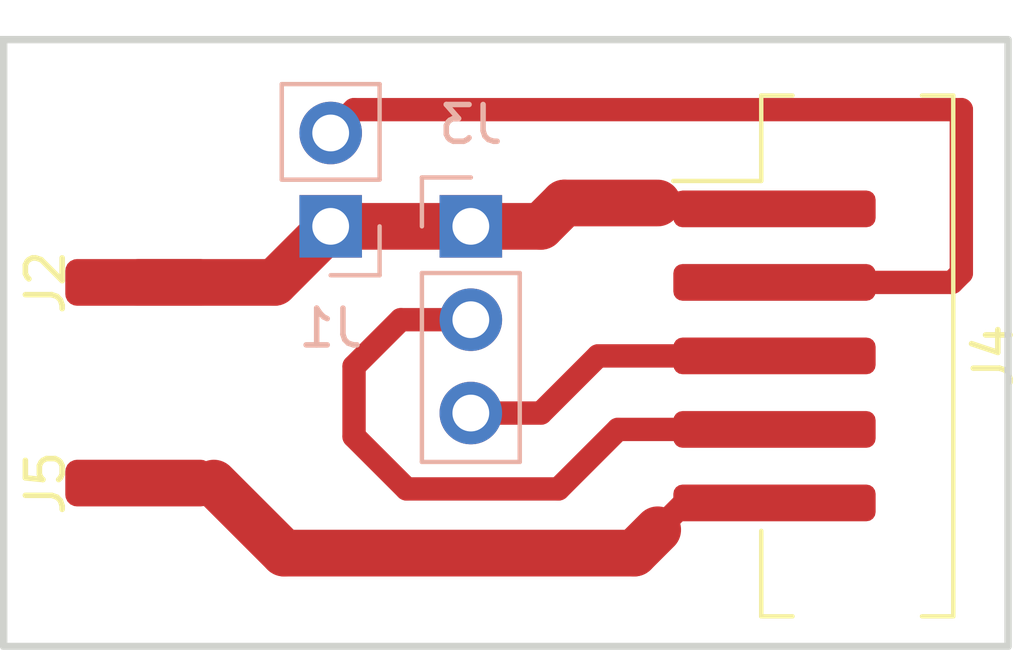
<source format=kicad_pcb>
(kicad_pcb (version 20211014) (generator pcbnew)
  (layers (0 "F.Cu" signal) (31 "B.Cu" signal) (34 "B.Paste" user) (35 "F.Paste" user) (36 "B.SilkS" user "B.Silkscreen") (37 "F.SilkS" user "F.Silkscreen") (38 "B.Mask" user) (39 "F.Mask" user) (44 "Edge.Cuts" user))
  (net 0 "")
  (net 1 "Net-(J1-Pad1)")
  (net 2 "Net-(J3-Pad2)")
  (net 3 "Net-(J3-Pad3)")
  (net 4 "Net-(J1-Pad2)")
  (net 5 "Net-(J4-Pad5)")
  (footprint "Connector_JST:JST_PH_B5B-PH-SM4-TB_1x05-1MP_P2.00mm_Vertical" (layer "F.Cu") (at 171.78 109 -90)
    (fp_text reference "J4" (at 0 -5.45 90) (layer "F.SilkS"))
    (fp_text value "MiniD")
    (fp_line (start 7.085 -4.36) (end 7.085 -3.51) (layer "F.SilkS") (width 0.12))
    (fp_line (start -7.085 -3.51) (end -7.085 -4.36) (layer "F.SilkS") (width 0.12))
    (fp_line (start -4.76 0.86) (end -4.76 3.25) (layer "F.SilkS") (width 0.12))
    (fp_line (start -7.085 0.86) (end -4.76 0.86) (layer "F.SilkS") (width 0.12))
    (fp_line (start -7.085 -4.36) (end 7.085 -4.36) (layer "F.SilkS") (width 0.12))
    (fp_line (start -7.085 0.01) (end -7.085 0.86) (layer "F.SilkS") (width 0.12))
    (fp_line (start 7.085 0.01) (end 7.085 0.86) (layer "F.SilkS") (width 0.12))
    (fp_line (start 7.085 0.86) (end 4.76 0.86) (layer "F.SilkS") (width 0.12))
    (pad "1" smd roundrect (at -4 0.5 270) (size 1 5.5) (layers "F.Cu" "F.Paste" "F.Mask") (net 1 "Net-(J1-Pad1)"))
    (pad "2" smd roundrect (at -2 0.5 270) (size 1 5.5) (layers "F.Cu" "F.Paste" "F.Mask") (net 4 "Net-(J1-Pad2)"))
    (pad "3" smd roundrect (at 0 0.5 270) (size 1 5.5) (layers "F.Cu" "F.Paste" "F.Mask") (net 3 "Net-(J3-Pad3)"))
    (pad "4" smd roundrect (at 2 0.5 270) (size 1 5.5) (layers "F.Cu" "F.Paste" "F.Mask") (net 2 "Net-(J3-Pad2)"))
    (pad "5" smd roundrect (at 4 0.5 270) (size 1 5.5) (layers "F.Cu" "F.Paste" "F.Mask") (net 5 "Net-(J4-Pad5)"))
  )
  (footprint "Connector_Wire:SolderWirePad_1x01_SMD_1x2mm" (layer "F.Cu") (at 154 107 90)
    (fp_text reference "J2" (at 0 -2.54 90) (layer "F.SilkS"))
    (fp_text value "RTN")
    (pad "1" smd roundrect (at 0 0 90) (size 1.27 4) (layers "F.Cu" "F.Paste" "F.Mask") (net 1 "Net-(J1-Pad1)"))
  )
  (footprint "Connector_Wire:SolderWirePad_1x01_SMD_1x2mm" (layer "F.Cu") (at 154 112.46 90)
    (fp_text reference "J5" (at 0 -2.54 90) (layer "F.SilkS"))
    (fp_text value "48v")
    (pad "1" smd roundrect (at 0 0 90) (size 1.27 4) (layers "F.Cu" "F.Paste" "F.Mask") (net 5 "Net-(J4-Pad5)"))
  )
  (footprint "Connector_PinSocket_2.54mm:PinSocket_1x03_P2.54mm_Vertical" (layer "B.Cu") (at 163.025 105.475 180)
    (fp_text reference "J3" (at 0 2.77) (layer "B.SilkS") (effects (justify mirror)))
    (fp_text value "CAN")
    (fp_line (start -1.33 -6.41) (end 1.33 -6.41) (layer "B.SilkS") (width 0.12))
    (fp_line (start -1.33 -1.27) (end -1.33 -6.41) (layer "B.SilkS") (width 0.12))
    (fp_line (start 1.33 -1.27) (end 1.33 -6.41) (layer "B.SilkS") (width 0.12))
    (fp_line (start 0 1.33) (end 1.33 1.33) (layer "B.SilkS") (width 0.12))
    (fp_line (start 1.33 1.33) (end 1.33 0) (layer "B.SilkS") (width 0.12))
    (fp_line (start -1.33 -1.27) (end 1.33 -1.27) (layer "B.SilkS") (width 0.12))
    (pad "1" thru_hole rect (at 0 0 180) (size 1.7 1.7) (drill 1) (layers *.Cu *.Mask) (net 1 "Net-(J1-Pad1)"))
    (pad "2" thru_hole oval (at 0 -2.54 180) (size 1.7 1.7) (drill 1) (layers *.Cu *.Mask) (net 2 "Net-(J3-Pad2)"))
    (pad "3" thru_hole oval (at 0 -5.08 180) (size 1.7 1.7) (drill 1) (layers *.Cu *.Mask) (net 3 "Net-(J3-Pad3)"))
  )
  (footprint "Connector_PinSocket_2.54mm:PinSocket_1x02_P2.54mm_Vertical" (layer "B.Cu") (at 159.215 105.475)
    (fp_text reference "J1" (at 0 2.77) (layer "B.SilkS") (effects (justify mirror)))
    (fp_text value "mystery")
    (fp_line (start 0 1.33) (end 1.33 1.33) (layer "B.SilkS") (width 0.12))
    (fp_line (start 1.33 -1.27) (end 1.33 -3.87) (layer "B.SilkS") (width 0.12))
    (fp_line (start -1.33 -1.27) (end 1.33 -1.27) (layer "B.SilkS") (width 0.12))
    (fp_line (start -1.33 -3.87) (end 1.33 -3.87) (layer "B.SilkS") (width 0.12))
    (fp_line (start 1.33 1.33) (end 1.33 0) (layer "B.SilkS") (width 0.12))
    (fp_line (start -1.33 -1.27) (end -1.33 -3.87) (layer "B.SilkS") (width 0.12))
    (pad "1" thru_hole rect (at 0 0) (size 1.7 1.7) (drill 1) (layers *.Cu *.Mask) (net 1 "Net-(J1-Pad1)"))
    (pad "2" thru_hole oval (at 0 -2.54) (size 1.7 1.7) (drill 1) (layers *.Cu *.Mask) (net 4 "Net-(J1-Pad2)"))
  )
  (gr_rect (start 150.325 100.395) (end 177.63 116.905) (layer "Edge.Cuts") (width 0.2) (fill none))
  (segment (start 163.025 105.475) (end 164.93 105.475) (width 1.27) (layer "F.Cu") (net 1))
  (segment (start 165.565 104.84) (end 168.105 104.84) (width 1.27) (layer "F.Cu") (net 1))
  (segment (start 159.215 105.475) (end 163.025 105.475) (width 1.27) (layer "F.Cu") (net 1))
  (segment (start 171.12 104.84) (end 171.28 105) (width 0.635) (layer "F.Cu") (net 1))
  (segment (start 157.69 107) (end 159.215 105.475) (width 1.27) (layer "F.Cu") (net 1))
  (segment (start 168.105 104.84) (end 171.12 104.84) (width 0.635) (layer "F.Cu") (net 1))
  (segment (start 164.93 105.475) (end 165.565 104.84) (width 1.27) (layer "F.Cu") (net 1))
  (segment (start 154 107) (end 157.69 107) (width 1.27) (layer "F.Cu") (net 1))
  (segment (start 163.025 108.015) (end 161.12 108.015) (width 0.635) (layer "F.Cu") (net 2))
  (segment (start 161.27875 112.61875) (end 165.40625 112.61875) (width 0.635) (layer "F.Cu") (net 2))
  (segment (start 159.85 111.19) (end 161.27875 112.61875) (width 0.635) (layer "F.Cu") (net 2))
  (segment (start 171.28 111) (end 167.025 111) (width 0.635) (layer "F.Cu") (net 2))
  (segment (start 159.85 109.285) (end 159.85 111.19) (width 0.635) (layer "F.Cu") (net 2))
  (segment (start 161.12 108.015) (end 159.85 109.285) (width 0.635) (layer "F.Cu") (net 2))
  (segment (start 165.40625 112.61875) (end 167.025 111) (width 0.635) (layer "F.Cu") (net 2))
  (segment (start 164.93 110.555) (end 163.025 110.555) (width 0.635) (layer "F.Cu") (net 3))
  (segment (start 166.485 109) (end 164.93 110.555) (width 0.635) (layer "F.Cu") (net 3))
  (segment (start 171.28 109) (end 166.485 109) (width 0.635) (layer "F.Cu") (net 3))
  (segment (start 176.36 106.745) (end 176.36 102.3) (width 0.635) (layer "F.Cu") (net 4))
  (segment (start 159.85 102.3) (end 159.215 102.935) (width 0.635) (layer "F.Cu") (net 4))
  (segment (start 171.28 107) (end 176.105 107) (width 0.635) (layer "F.Cu") (net 4))
  (segment (start 176.105 107) (end 176.36 106.745) (width 0.635) (layer "F.Cu") (net 4))
  (segment (start 176.36 102.3) (end 159.85 102.3) (width 0.635) (layer "F.Cu") (net 4))
  (segment (start 156.04 112.46) (end 157.945 114.365) (width 1.27) (layer "F.Cu") (net 5))
  (segment (start 167.47 114.365) (end 168.105 113.73) (width 1.27) (layer "F.Cu") (net 5))
  (segment (start 157.945 114.365) (end 167.47 114.365) (width 1.27) (layer "F.Cu") (net 5))
  (segment (start 168.835 113) (end 171.28 113) (width 0.635) (layer "F.Cu") (net 5))
  (segment (start 168.105 113.73) (end 168.835 113) (width 0.635) (layer "F.Cu") (net 5))
)
</source>
